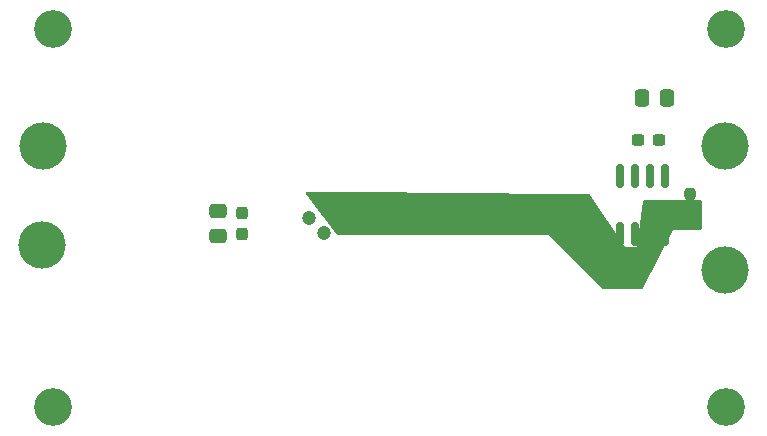
<source format=gbr>
%TF.GenerationSoftware,KiCad,Pcbnew,8.0.5*%
%TF.CreationDate,2024-12-28T23:53:34+01:00*%
%TF.ProjectId,LM399_voltage_reference,4c4d3339-395f-4766-9f6c-746167655f72,rev?*%
%TF.SameCoordinates,Original*%
%TF.FileFunction,Soldermask,Top*%
%TF.FilePolarity,Negative*%
%FSLAX46Y46*%
G04 Gerber Fmt 4.6, Leading zero omitted, Abs format (unit mm)*
G04 Created by KiCad (PCBNEW 8.0.5) date 2024-12-28 23:53:34*
%MOMM*%
%LPD*%
G01*
G04 APERTURE LIST*
G04 Aperture macros list*
%AMRoundRect*
0 Rectangle with rounded corners*
0 $1 Rounding radius*
0 $2 $3 $4 $5 $6 $7 $8 $9 X,Y pos of 4 corners*
0 Add a 4 corners polygon primitive as box body*
4,1,4,$2,$3,$4,$5,$6,$7,$8,$9,$2,$3,0*
0 Add four circle primitives for the rounded corners*
1,1,$1+$1,$2,$3*
1,1,$1+$1,$4,$5*
1,1,$1+$1,$6,$7*
1,1,$1+$1,$8,$9*
0 Add four rect primitives between the rounded corners*
20,1,$1+$1,$2,$3,$4,$5,0*
20,1,$1+$1,$4,$5,$6,$7,0*
20,1,$1+$1,$6,$7,$8,$9,0*
20,1,$1+$1,$8,$9,$2,$3,0*%
G04 Aperture macros list end*
%ADD10RoundRect,0.237500X0.237500X-0.250000X0.237500X0.250000X-0.237500X0.250000X-0.237500X-0.250000X0*%
%ADD11O,1.600000X1.200000*%
%ADD12C,1.200000*%
%ADD13C,4.000000*%
%ADD14C,3.200000*%
%ADD15RoundRect,0.237500X-0.300000X-0.237500X0.300000X-0.237500X0.300000X0.237500X-0.300000X0.237500X0*%
%ADD16RoundRect,0.150000X0.150000X-0.825000X0.150000X0.825000X-0.150000X0.825000X-0.150000X-0.825000X0*%
%ADD17RoundRect,0.250000X-0.475000X0.337500X-0.475000X-0.337500X0.475000X-0.337500X0.475000X0.337500X0*%
%ADD18RoundRect,0.237500X-0.237500X0.300000X-0.237500X-0.300000X0.237500X-0.300000X0.237500X0.300000X0*%
%ADD19RoundRect,0.250000X-0.337500X-0.475000X0.337500X-0.475000X0.337500X0.475000X-0.337500X0.475000X0*%
G04 APERTURE END LIST*
D10*
%TO.C,R1*%
X230965000Y-99812500D03*
X230965000Y-97987500D03*
%TD*%
D11*
%TO.C,U1*%
X201270000Y-100000000D03*
D12*
X200000000Y-98730000D03*
X198730000Y-100000000D03*
X200000000Y-101270000D03*
%TD*%
D13*
%TO.C,TP4*%
X176100000Y-102300000D03*
%TD*%
D14*
%TO.C,H4*%
X234000000Y-84000000D03*
%TD*%
D13*
%TO.C,TP3*%
X176200000Y-93900000D03*
%TD*%
D15*
%TO.C,C4*%
X226602500Y-93400000D03*
X228327500Y-93400000D03*
%TD*%
D14*
%TO.C,H1*%
X177000000Y-84000000D03*
%TD*%
D16*
%TO.C,U2*%
X225060000Y-101375000D03*
X226330000Y-101375000D03*
X227600000Y-101375000D03*
X228870000Y-101375000D03*
X228870000Y-96425000D03*
X227600000Y-96425000D03*
X226330000Y-96425000D03*
X225060000Y-96425000D03*
%TD*%
D14*
%TO.C,H3*%
X234000000Y-116000000D03*
%TD*%
D17*
%TO.C,C3*%
X191000000Y-99462500D03*
X191000000Y-101537500D03*
%TD*%
D14*
%TO.C,H2*%
X177000000Y-116000000D03*
%TD*%
D13*
%TO.C,TP1*%
X233965000Y-93900000D03*
%TD*%
D18*
%TO.C,C1*%
X193000000Y-99637500D03*
X193000000Y-101362500D03*
%TD*%
D19*
%TO.C,C2*%
X226927500Y-89900000D03*
X229002500Y-89900000D03*
%TD*%
D13*
%TO.C,TP2*%
X233965000Y-104400000D03*
%TD*%
G36*
X215646995Y-97943363D02*
G01*
X215693424Y-97952798D01*
X215709016Y-97959256D01*
X215709020Y-97959257D01*
X215901741Y-97997592D01*
X215901744Y-97997593D01*
X216098256Y-97997593D01*
X216098258Y-97997592D01*
X216290979Y-97959258D01*
X216290985Y-97959256D01*
X216292722Y-97958537D01*
X216294490Y-97958192D01*
X216296810Y-97957489D01*
X216296882Y-97957727D01*
X216341204Y-97949100D01*
X222434297Y-97999456D01*
X222501171Y-98019694D01*
X222536446Y-98054669D01*
X225500000Y-102500000D01*
X226500000Y-102500000D01*
X226500000Y-102499999D01*
X226986423Y-98608620D01*
X227014270Y-98544539D01*
X227072342Y-98505687D01*
X227109465Y-98500000D01*
X231876000Y-98500000D01*
X231943039Y-98519685D01*
X231988794Y-98572489D01*
X232000000Y-98624000D01*
X232000000Y-100876000D01*
X231980315Y-100943039D01*
X231927511Y-100988794D01*
X231876000Y-101000000D01*
X229500001Y-101000000D01*
X229499998Y-101000001D01*
X227034273Y-105931454D01*
X226986686Y-105982613D01*
X226923364Y-106000000D01*
X223551362Y-106000000D01*
X223484323Y-105980315D01*
X223463681Y-105963681D01*
X219000000Y-101500000D01*
X201161666Y-101500000D01*
X201094627Y-101480315D01*
X201062788Y-101450827D01*
X198452036Y-98000905D01*
X198427278Y-97935569D01*
X198441773Y-97867219D01*
X198490921Y-97817557D01*
X198551939Y-97802082D01*
X215646995Y-97943363D01*
G37*
M02*

</source>
